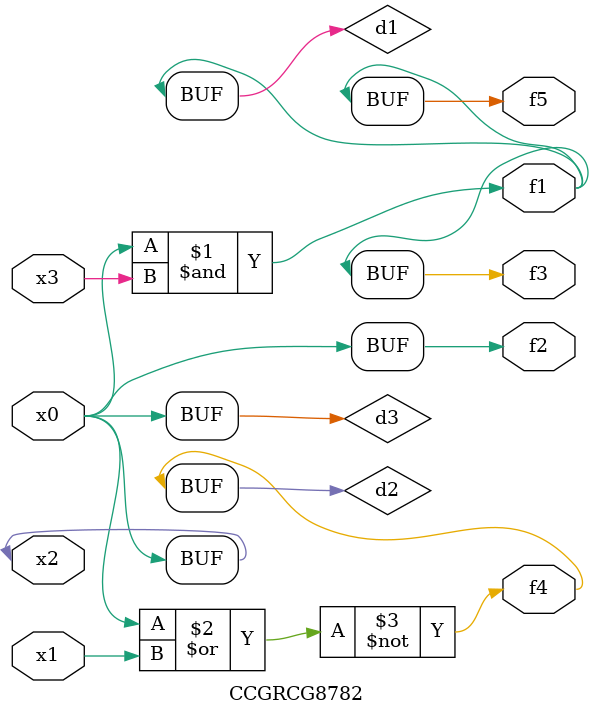
<source format=v>
module CCGRCG8782(
	input x0, x1, x2, x3,
	output f1, f2, f3, f4, f5
);

	wire d1, d2, d3;

	and (d1, x2, x3);
	nor (d2, x0, x1);
	buf (d3, x0, x2);
	assign f1 = d1;
	assign f2 = d3;
	assign f3 = d1;
	assign f4 = d2;
	assign f5 = d1;
endmodule

</source>
